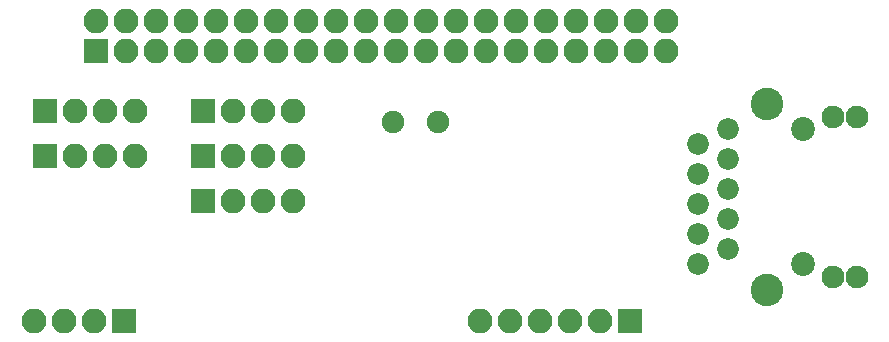
<source format=gbr>
G04 #@! TF.GenerationSoftware,KiCad,Pcbnew,(5.0.0-3-g5ebb6b6)*
G04 #@! TF.CreationDate,2020-01-23T02:23:46-08:00*
G04 #@! TF.ProjectId,Ethernet_Zero,45746865726E65745F5A65726F2E6B69,rev?*
G04 #@! TF.SameCoordinates,Original*
G04 #@! TF.FileFunction,Soldermask,Bot*
G04 #@! TF.FilePolarity,Negative*
%FSLAX46Y46*%
G04 Gerber Fmt 4.6, Leading zero omitted, Abs format (unit mm)*
G04 Created by KiCad (PCBNEW (5.0.0-3-g5ebb6b6)) date Thursday, 23 January 2020 at 02:23:46*
%MOMM*%
%LPD*%
G01*
G04 APERTURE LIST*
%ADD10R,2.100000X2.100000*%
%ADD11O,2.100000X2.100000*%
%ADD12C,1.900000*%
%ADD13C,1.846000*%
%ADD14C,1.930000*%
%ADD15C,2.755000*%
%ADD16C,2.025000*%
G04 APERTURE END LIST*
D10*
G04 #@! TO.C,J9*
X150574000Y-49558000D03*
D11*
X153114000Y-49558000D03*
X155654000Y-49558000D03*
X158194000Y-49558000D03*
G04 #@! TD*
G04 #@! TO.C,J8*
X158194000Y-53368000D03*
X155654000Y-53368000D03*
X153114000Y-53368000D03*
D10*
X150574000Y-53368000D03*
G04 #@! TD*
G04 #@! TO.C,J7*
X137239000Y-49558000D03*
D11*
X139779000Y-49558000D03*
X142319000Y-49558000D03*
X144859000Y-49558000D03*
G04 #@! TD*
D10*
G04 #@! TO.C,J1*
X141564000Y-40588000D03*
D11*
X141564000Y-38048000D03*
X144104000Y-40588000D03*
X144104000Y-38048000D03*
X146644000Y-40588000D03*
X146644000Y-38048000D03*
X149184000Y-40588000D03*
X149184000Y-38048000D03*
X151724000Y-40588000D03*
X151724000Y-38048000D03*
X154264000Y-40588000D03*
X154264000Y-38048000D03*
X156804000Y-40588000D03*
X156804000Y-38048000D03*
X159344000Y-40588000D03*
X159344000Y-38048000D03*
X161884000Y-40588000D03*
X161884000Y-38048000D03*
X164424000Y-40588000D03*
X164424000Y-38048000D03*
X166964000Y-40588000D03*
X166964000Y-38048000D03*
X169504000Y-40588000D03*
X169504000Y-38048000D03*
X172044000Y-40588000D03*
X172044000Y-38048000D03*
X174584000Y-40588000D03*
X174584000Y-38048000D03*
X177124000Y-40588000D03*
X177124000Y-38048000D03*
X179664000Y-40588000D03*
X179664000Y-38048000D03*
X182204000Y-40588000D03*
X182204000Y-38048000D03*
X184744000Y-40588000D03*
X184744000Y-38048000D03*
X187284000Y-40588000D03*
X187284000Y-38048000D03*
X189824000Y-40588000D03*
X189824000Y-38048000D03*
G04 #@! TD*
D12*
G04 #@! TO.C,Y1*
X170513000Y-46637000D03*
X166713000Y-46637000D03*
G04 #@! TD*
D13*
G04 #@! TO.C,J5*
X195024000Y-47272000D03*
X192484000Y-48542000D03*
X195024000Y-49812000D03*
X192484000Y-51082000D03*
X195024000Y-52352000D03*
X192484000Y-53622000D03*
X195024000Y-54892000D03*
X192484000Y-56162000D03*
X195024000Y-57432000D03*
X192484000Y-58702000D03*
D14*
X203924000Y-59787000D03*
X205954000Y-59787000D03*
X203924000Y-46187000D03*
X205954000Y-46187000D03*
D15*
X198324000Y-60862000D03*
X198324000Y-45112000D03*
D16*
X201374000Y-58702000D03*
X201374000Y-47272000D03*
G04 #@! TD*
D10*
G04 #@! TO.C,J6*
X186769000Y-63528000D03*
D11*
X184229000Y-63528000D03*
X181689000Y-63528000D03*
X179149000Y-63528000D03*
X176609000Y-63528000D03*
X174069000Y-63528000D03*
G04 #@! TD*
D10*
G04 #@! TO.C,J2*
X137239000Y-45748000D03*
D11*
X139779000Y-45748000D03*
X142319000Y-45748000D03*
X144859000Y-45748000D03*
G04 #@! TD*
G04 #@! TO.C,J3*
X158194000Y-45748000D03*
X155654000Y-45748000D03*
X153114000Y-45748000D03*
D10*
X150574000Y-45748000D03*
G04 #@! TD*
G04 #@! TO.C,J4*
X143869000Y-63528000D03*
D11*
X141329000Y-63528000D03*
X138789000Y-63528000D03*
X136249000Y-63528000D03*
G04 #@! TD*
M02*

</source>
